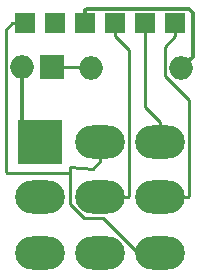
<source format=gbr>
G04 #@! TF.GenerationSoftware,KiCad,Pcbnew,(5.1.5-0-10_14)*
G04 #@! TF.CreationDate,2020-11-20T21:32:41+01:00*
G04 #@! TF.ProjectId,3pdt-minimal,33706474-2d6d-4696-9e69-6d616c2e6b69,rev?*
G04 #@! TF.SameCoordinates,Original*
G04 #@! TF.FileFunction,Copper,L1,Top*
G04 #@! TF.FilePolarity,Positive*
%FSLAX46Y46*%
G04 Gerber Fmt 4.6, Leading zero omitted, Abs format (unit mm)*
G04 Created by KiCad (PCBNEW (5.1.5-0-10_14)) date 2020-11-20 21:32:41*
%MOMM*%
%LPD*%
G04 APERTURE LIST*
%ADD10O,4.200000X2.800000*%
%ADD11R,3.816000X3.816000*%
%ADD12R,2.000000X2.000000*%
%ADD13O,2.000000X2.000000*%
%ADD14R,1.700000X1.700000*%
%ADD15C,0.250000*%
%ADD16C,0.300000*%
G04 APERTURE END LIST*
D10*
X119380000Y-68200000D03*
X119380000Y-63500000D03*
X119380000Y-58800000D03*
X114300000Y-68200000D03*
X114300000Y-63500000D03*
X114300000Y-58800000D03*
X109220000Y-68200000D03*
X109220000Y-63500000D03*
D11*
X109220000Y-58800000D03*
D12*
X110236000Y-52451000D03*
D13*
X107696000Y-52451000D03*
X113538000Y-52578000D03*
X121158000Y-52578000D03*
D14*
X107950000Y-48768000D03*
X120650000Y-48768000D03*
X110490000Y-48768000D03*
X113030000Y-48768000D03*
X115570000Y-48768000D03*
X118110000Y-48768000D03*
D15*
X113411000Y-52451000D02*
X113538000Y-52578000D01*
X110236000Y-52451000D02*
X113411000Y-52451000D01*
D16*
X107696000Y-57276000D02*
X109220000Y-58800000D01*
X107696000Y-52451000D02*
X107696000Y-57276000D01*
D15*
X113666999Y-61083001D02*
X114300000Y-60450000D01*
X114300000Y-60450000D02*
X114300000Y-58800000D01*
X117510243Y-68200000D02*
X114535253Y-65225010D01*
X119380000Y-68200000D02*
X117510243Y-68200000D01*
X111760000Y-60960000D02*
X113666999Y-61083001D01*
X112885478Y-65225010D02*
X111760000Y-64099532D01*
X114535253Y-65225010D02*
X112885478Y-65225010D01*
X106426000Y-61468000D02*
X111760000Y-61468000D01*
X106320999Y-61362999D02*
X106426000Y-61468000D01*
X107950000Y-48768000D02*
X106850000Y-48768000D01*
X111760000Y-61468000D02*
X111760000Y-60960000D01*
X106320999Y-49297001D02*
X106320999Y-61362999D01*
X106850000Y-48768000D02*
X106320999Y-49297001D01*
X111760000Y-64099532D02*
X111760000Y-61468000D01*
X119782999Y-50735001D02*
X120650000Y-49868000D01*
X119782999Y-53238001D02*
X119782999Y-50735001D01*
X121805010Y-55260012D02*
X119782999Y-53238001D01*
X120650000Y-49868000D02*
X120650000Y-48768000D01*
X121805010Y-63424990D02*
X121805010Y-55260012D01*
X121730000Y-63500000D02*
X121805010Y-63424990D01*
X119380000Y-63500000D02*
X121730000Y-63500000D01*
D16*
X122157999Y-51578001D02*
X121158000Y-52578000D01*
X122157999Y-47855997D02*
X122157999Y-51578001D01*
X121820001Y-47517999D02*
X122157999Y-47855997D01*
X113130001Y-47517999D02*
X121820001Y-47517999D01*
X113030000Y-47618000D02*
X113130001Y-47517999D01*
X113030000Y-48768000D02*
X113030000Y-47618000D01*
D15*
X116725010Y-63424990D02*
X116650000Y-63500000D01*
X116650000Y-63500000D02*
X114300000Y-63500000D01*
X116725010Y-51023010D02*
X116725010Y-63424990D01*
X115570000Y-49868000D02*
X116725010Y-51023010D01*
X115570000Y-48768000D02*
X115570000Y-49868000D01*
X118110000Y-55880000D02*
X118110000Y-49868000D01*
X119380000Y-57150000D02*
X118110000Y-55880000D01*
X118110000Y-49868000D02*
X118110000Y-48768000D01*
X119380000Y-58800000D02*
X119380000Y-57150000D01*
M02*

</source>
